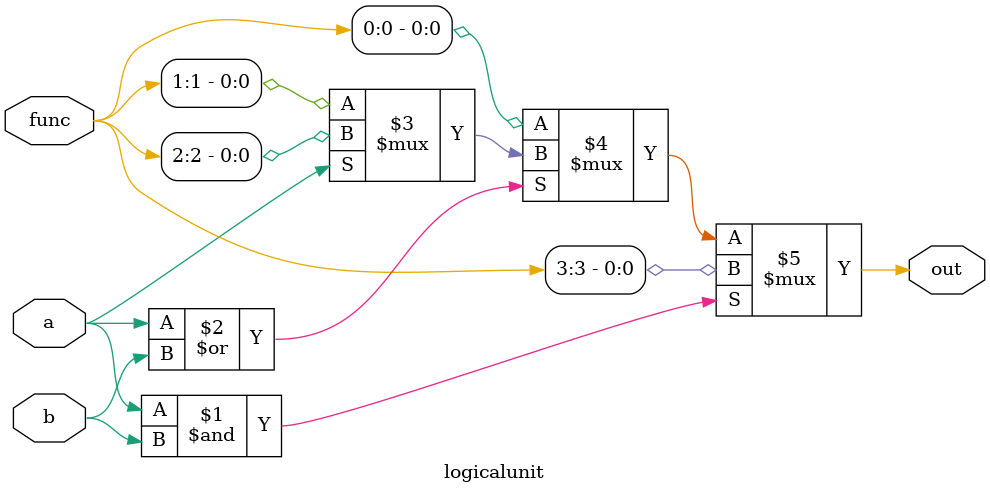
<source format=v>

`timescale 1ns / 100ps

module logicalunit(
    input a,
    input b,
    input [3:0] func,
    output out
    );
    
    wire   out;
         
      //Todo: add your logic here
      //condition ? equation_if_condition_is_true : equation_if_condition_is_false

    assign out = a & b ? func[3]: a | b ? a? func[2]:func[1]: func[0];


endmodule

</source>
